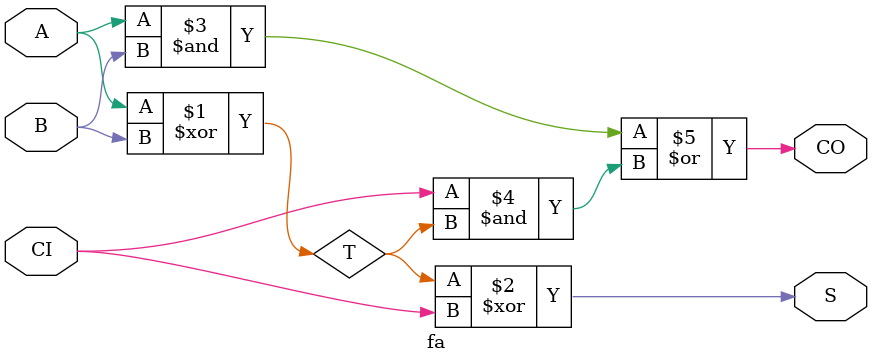
<source format=sv>
`timescale 1ns/1ns

module fa (A, B, CI, S, CO);
    input logic A, B, CI;
    output logic S, CO;

    logic T;

    assign T = A^B;

    assign S = T^CI;
    assign CO = (A&B)|(CI&T);

endmodule

</source>
